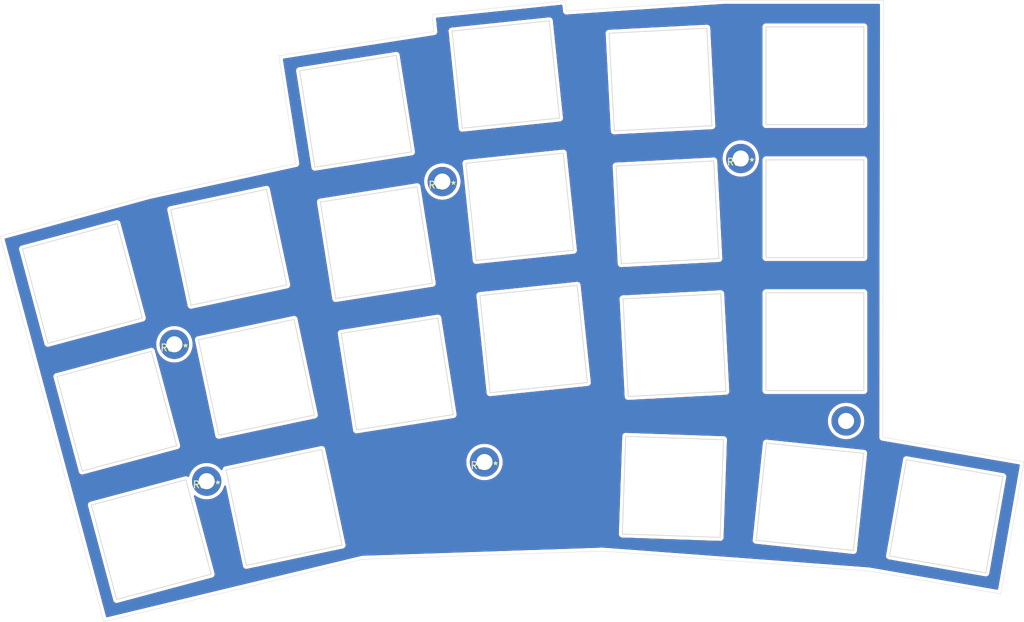
<source format=kicad_pcb>
(kicad_pcb (version 20211014) (generator pcbnew)
  (layers (0 "F.Cu" signal) (31 "B.Cu" signal) (34 "B.Paste" user) (35 "F.Paste" user) (36 "B.SilkS" user "B.Silkscreen") (37 "F.SilkS" user "F.Silkscreen") (38 "B.Mask" user) (39 "F.Mask" user) (44 "Edge.Cuts" user))
  (net 0 "")
  (footprint "footprints:hole-switch" (layer "F.Cu") (at 31.03801 76.374286 15)
    (fp_text reference "K-1-0" hide)
    (fp_text value "KEYSW" hide)
    (fp_line (start -7 -7) (end 7 -7) (layer "Edge.Cuts") (width 0.1))
    (fp_line (start 7 -7) (end 7 7) (layer "Edge.Cuts") (width 0.1))
    (fp_line (start -7 7) (end -7 -7) (layer "Edge.Cuts") (width 0.1))
    (fp_line (start 7 7) (end -7 7) (layer "Edge.Cuts") (width 0.1))
  )
  (footprint "footprints:hole-switch" (layer "F.Cu") (at 110.6424 87.2236 -2)
    (fp_text reference "K-3-3" hide)
    (fp_text value "KEYSW" hide)
    (fp_line (start 7 7) (end -7 7) (layer "Edge.Cuts") (width 0.1))
    (fp_line (start -7 -7) (end 7 -7) (layer "Edge.Cuts") (width 0.1))
    (fp_line (start 7 -7) (end 7 7) (layer "Edge.Cuts") (width 0.1))
    (fp_line (start -7 7) (end -7 -7) (layer "Edge.Cuts") (width 0.1))
  )
  (footprint "footprints:hole-m2" (layer "F.Cu") (at 120.355994 40.181003)
    (fp_text reference "Ref**" (at 0 0.5) (layer "F.SilkS"))
    (fp_text value "Val**")
    (pad "" thru_hole circle locked (at 0 0) (size 4.2 4.2) (drill 2.3) (layers *.Cu *.Mask))
  )
  (footprint "footprints:hole-m2" (layer "F.Cu") (at 83.6676 83.6676)
    (fp_text reference "Ref**" (at 0 0.5) (layer "F.SilkS"))
    (fp_text value "Val**")
    (pad "" thru_hole circle locked (at 0 0) (size 4.2 4.2) (drill 2.3) (layers *.Cu *.Mask))
  )
  (footprint "footprints:hole-switch" (layer "F.Cu") (at 35.968514 94.775172 15)
    (fp_text reference "K-2-0" hide)
    (fp_text value "KEYSW" hide)
    (fp_line (start 7 7) (end -7 7) (layer "Edge.Cuts") (width 0.1))
    (fp_line (start 7 -7) (end 7 7) (layer "Edge.Cuts") (width 0.1))
    (fp_line (start -7 -7) (end 7 -7) (layer "Edge.Cuts") (width 0.1))
    (fp_line (start -7 7) (end -7 -7) (layer "Edge.Cuts") (width 0.1))
  )
  (footprint "footprints:hole-switch" (layer "F.Cu") (at 26.117214 58.084332 15)
    (fp_text reference "K-0-0" hide)
    (fp_text value "KEYSW" hide)
    (fp_line (start -7 7) (end -7 -7) (layer "Edge.Cuts") (width 0.1))
    (fp_line (start 7 7) (end -7 7) (layer "Edge.Cuts") (width 0.1))
    (fp_line (start 7 -7) (end 7 7) (layer "Edge.Cuts") (width 0.1))
    (fp_line (start -7 -7) (end 7 -7) (layer "Edge.Cuts") (width 0.1))
  )
  (footprint "footprints:hole-switch" (layer "F.Cu") (at 130.972698 28.323884)
    (fp_text reference "K-0-5" hide)
    (fp_text value "KEYSW" hide)
    (fp_line (start 7 7) (end -7 7) (layer "Edge.Cuts") (width 0.1))
    (fp_line (start -7 7) (end -7 -7) (layer "Edge.Cuts") (width 0.1))
    (fp_line (start -7 -7) (end 7 -7) (layer "Edge.Cuts") (width 0.1))
    (fp_line (start 7 -7) (end 7 7) (layer "Edge.Cuts") (width 0.1))
  )
  (footprint "footprints:hole-switch" (layer "F.Cu") (at 51.019187 71.533945 12)
    (fp_text reference "K-1-1" hide)
    (fp_text value "KEYSW" hide)
    (fp_line (start 7 -7) (end 7 7) (layer "Edge.Cuts") (width 0.1))
    (fp_line (start -7 7) (end -7 -7) (layer "Edge.Cuts") (width 0.1))
    (fp_line (start 7 7) (end -7 7) (layer "Edge.Cuts") (width 0.1))
    (fp_line (start -7 -7) (end 7 -7) (layer "Edge.Cuts") (width 0.1))
  )
  (footprint "footprints:hole-m2" (layer "F.Cu") (at 77.633194 43.483003)
    (fp_text reference "Ref**" (at 0 0.5) (layer "F.SilkS"))
    (fp_text value "Val**")
    (pad "" thru_hole circle locked (at 0 0) (size 4.2 4.2) (drill 2.3) (layers *.Cu *.Mask))
  )
  (footprint "footprints:hole-switch" (layer "F.Cu") (at 130.2512 88.646 -6)
    (fp_text reference "K-3-4" hide)
    (fp_text value "KEYSW" hide)
    (fp_line (start -7 -7) (end 7 -7) (layer "Edge.Cuts") (width 0.1))
    (fp_line (start -7 7) (end -7 -7) (layer "Edge.Cuts") (width 0.1))
    (fp_line (start 7 7) (end -7 7) (layer "Edge.Cuts") (width 0.1))
    (fp_line (start 7 -7) (end 7 7) (layer "Edge.Cuts") (width 0.1))
  )
  (footprint "footprints:hole-m2" (layer "F.Cu") (at 43.901994 86.409003)
    (fp_text reference "Ref**" (at 0 0.5) (layer "F.SilkS"))
    (fp_text value "Val**")
    (pad "" thru_hole circle locked (at 0 0) (size 4.2 4.2) (drill 2.3) (layers *.Cu *.Mask))
  )
  (footprint "footprints:hole-switch" (layer "F.Cu") (at 71.170951 71.051207 9)
    (fp_text reference "K-2-2" hide)
    (fp_text value "KEYSW" hide)
    (fp_line (start -7 7) (end -7 -7) (layer "Edge.Cuts") (width 0.1))
    (fp_line (start 7 -7) (end 7 7) (layer "Edge.Cuts") (width 0.1))
    (fp_line (start 7 7) (end -7 7) (layer "Edge.Cuts") (width 0.1))
    (fp_line (start -7 -7) (end 7 -7) (layer "Edge.Cuts") (width 0.1))
  )
  (footprint "footprints:hole-switch" (layer "F.Cu") (at 68.190874 52.235745 9)
    (fp_text reference "K-1-2" hide)
    (fp_text value "KEYSW" hide)
    (fp_line (start 7 7) (end -7 7) (layer "Edge.Cuts") (width 0.1))
    (fp_line (start -7 7) (end -7 -7) (layer "Edge.Cuts") (width 0.1))
    (fp_line (start -7 -7) (end 7 -7) (layer "Edge.Cuts") (width 0.1))
    (fp_line (start 7 -7) (end 7 7) (layer "Edge.Cuts") (width 0.1))
  )
  (footprint "footprints:hole-switch" (layer "F.Cu") (at 90.702304 66.042028 6)
    (fp_text reference "K-2-3" hide)
    (fp_text value "KEYSW" hide)
    (fp_line (start 7 -7) (end 7 7) (layer "Edge.Cuts") (width 0.1))
    (fp_line (start -7 7) (end -7 -7) (layer "Edge.Cuts") (width 0.1))
    (fp_line (start 7 7) (end -7 7) (layer "Edge.Cuts") (width 0.1))
    (fp_line (start -7 -7) (end 7 -7) (layer "Edge.Cuts") (width 0.1))
  )
  (footprint "footprints:hole-switch" (layer "F.Cu") (at 130.972698 66.423884)
    (fp_text reference "K-2-5" hide)
    (fp_text value "KEYSW" hide)
    (fp_line (start -7 -7) (end 7 -7) (layer "Edge.Cuts") (width 0.1))
    (fp_line (start 7 7) (end -7 7) (layer "Edge.Cuts") (width 0.1))
    (fp_line (start -7 7) (end -7 -7) (layer "Edge.Cuts") (width 0.1))
    (fp_line (start 7 -7) (end 7 7) (layer "Edge.Cuts") (width 0.1))
  )
  (footprint "" (layer "F.Cu") (at 135.431941 77.784656)
    (fp_text reference "" (at 0 0) (layer "F.SilkS") (effects (font (size 1.27 1.27))))
    (fp_text value "" (at 0 0) (layer "F.SilkS") (effects (font (size 1.27 1.27))))
    (pad "" thru_hole circle locked (at 0 0) (size 4.2 4.2) (drill 2.3) (layers *.Cu *.Mask))
  )
  (footprint "footprints:hole-switch" (layer "F.Cu") (at 108.867587 28.86336 3)
    (fp_text reference "K-0-4" hide)
    (fp_text value "KEYSW" hide)
    (fp_line (start 7 7) (end -7 7) (layer "Edge.Cuts") (width 0.1))
    (fp_line (start 7 -7) (end 7 7) (layer "Edge.Cuts") (width 0.1))
    (fp_line (start -7 -7) (end 7 -7) (layer "Edge.Cuts") (width 0.1))
    (fp_line (start -7 7) (end -7 -7) (layer "Edge.Cuts") (width 0.1))
  )
  (footprint "footprints:hole-switch" (layer "F.Cu") (at 54.979908 90.167656 12)
    (fp_text reference "K-2-1" hide)
    (fp_text value "KEYSW" hide)
    (fp_line (start 7 7) (end -7 7) (layer "Edge.Cuts") (width 0.1))
    (fp_line (start -7 -7) (end 7 -7) (layer "Edge.Cuts") (width 0.1))
    (fp_line (start 7 -7) (end 7 7) (layer "Edge.Cuts") (width 0.1))
    (fp_line (start -7 7) (end -7 -7) (layer "Edge.Cuts") (width 0.1))
  )
  (footprint "footprints:hole-switch" (layer "F.Cu") (at 109.864586 47.887252 3)
    (fp_text reference "K-1-4" hide)
    (fp_text value "KEYSW" hide)
    (fp_line (start -7 -7) (end 7 -7) (layer "Edge.Cuts") (width 0.1))
    (fp_line (start 7 -7) (end 7 7) (layer "Edge.Cuts") (width 0.1))
    (fp_line (start 7 7) (end -7 7) (layer "Edge.Cuts") (width 0.1))
    (fp_line (start -7 7) (end -7 -7) (layer "Edge.Cuts") (width 0.1))
  )
  (footprint "footprints:hole-switch" (layer "F.Cu") (at 65.2108 33.420283 9)
    (fp_text reference "K-0-2" hide)
    (fp_text value "KEYSW" hide)
    (fp_line (start 7 -7) (end 7 7) (layer "Edge.Cuts") (width 0.1))
    (fp_line (start 7 7) (end -7 7) (layer "Edge.Cuts") (width 0.1))
    (fp_line (start -7 -7) (end 7 -7) (layer "Edge.Cuts") (width 0.1))
    (fp_line (start -7 7) (end -7 -7) (layer "Edge.Cuts") (width 0.1))
  )
  (footprint "footprints:hole-switch" (layer "F.Cu") (at 47.058473 52.900233 12)
    (fp_text reference "K-0-1" hide)
    (fp_text value "KEYSW" hide)
    (fp_line (start -7 7) (end -7 -7) (layer "Edge.Cuts") (width 0.1))
    (fp_line (start 7 -7) (end 7 7) (layer "Edge.Cuts") (width 0.1))
    (fp_line (start -7 -7) (end 7 -7) (layer "Edge.Cuts") (width 0.1))
    (fp_line (start 7 7) (end -7 7) (layer "Edge.Cuts") (width 0.1))
  )
  (footprint "footprints:hole-switch" (layer "F.Cu") (at 149.7584 91.44 -10)
    (fp_text reference "K-3-5" hide)
    (fp_text value "KEYSW" hide)
    (fp_line (start 7 7) (end -7 7) (layer "Edge.Cuts") (width 0.1))
    (fp_line (start 7 -7) (end 7 7) (layer "Edge.Cuts") (width 0.1))
    (fp_line (start -7 7) (end -7 -7) (layer "Edge.Cuts") (width 0.1))
    (fp_line (start -7 -7) (end 7 -7) (layer "Edge.Cuts") (width 0.1))
  )
  (footprint "footprints:hole-m2" (layer "F.Cu") (at 39.279194 66.800203)
    (fp_text reference "Ref**" (at 0 0.5) (layer "F.SilkS"))
    (fp_text value "Val**")
    (pad "" thru_hole circle locked (at 0 0) (size 4.2 4.2) (drill 2.3) (layers *.Cu *.Mask))
  )
  (footprint "footprints:hole-switch" (layer "F.Cu") (at 130.972698 47.373884)
    (fp_text reference "K-1-5" hide)
    (fp_text value "KEYSW" hide)
    (fp_line (start -7 7) (end -7 -7) (layer "Edge.Cuts") (width 0.1))
    (fp_line (start 7 7) (end -7 7) (layer "Edge.Cuts") (width 0.1))
    (fp_line (start -7 -7) (end 7 -7) (layer "Edge.Cuts") (width 0.1))
    (fp_line (start 7 -7) (end 7 7) (layer "Edge.Cuts") (width 0.1))
  )
  (footprint "footprints:hole-switch" (layer "F.Cu") (at 86.71977 28.150745 6)
    (fp_text reference "K-0-3" hide)
    (fp_text value "KEYSW" hide)
    (fp_line (start 7 -7) (end 7 7) (layer "Edge.Cuts") (width 0.1))
    (fp_line (start -7 7) (end -7 -7) (layer "Edge.Cuts") (width 0.1))
    (fp_line (start 7 7) (end -7 7) (layer "Edge.Cuts") (width 0.1))
    (fp_line (start -7 -7) (end 7 -7) (layer "Edge.Cuts") (width 0.1))
  )
  (footprint "footprints:hole-switch" (layer "F.Cu") (at 110.861587 66.911145 3)
    (fp_text reference "K-2-4" hide)
    (fp_text value "KEYSW" hide)
    (fp_line (start -7 -7) (end 7 -7) (layer "Edge.Cuts") (width 0.1))
    (fp_line (start 7 7) (end -7 7) (layer "Edge.Cuts") (width 0.1))
    (fp_line (start -7 7) (end -7 -7) (layer "Edge.Cuts") (width 0.1))
    (fp_line (start 7 -7) (end 7 7) (layer "Edge.Cuts") (width 0.1))
  )
  (footprint "footprints:hole-switch" (layer "F.Cu") (at 88.711038 47.096385 6)
    (fp_text reference "K-1-3" hide)
    (fp_text value "KEYSW" hide)
    (fp_line (start -7 7) (end -7 -7) (layer "Edge.Cuts") (width 0.1))
    (fp_line (start -7 -7) (end 7 -7) (layer "Edge.Cuts") (width 0.1))
    (fp_line (start 7 -7) (end 7 7) (layer "Edge.Cuts") (width 0.1))
    (fp_line (start 7 7) (end -7 7) (layer "Edge.Cuts") (width 0.1))
  )
  (gr_line (start 29.175187 106.535145) (end 66.208387 97.594345) (layer "Edge.Cuts") (width 0.05))
  (gr_line (start 140.681187 80.109803) (end 140.782787 17.524203) (layer "Edge.Cuts") (width 0.05))
  (gr_line (start 54.219587 25.458345) (end 76.419187 22.003945) (layer "Edge.Cuts") (width 0.05))
  (gr_line (start 14.341587 51.315545) (end 29.175187 106.535145) (layer "Edge.Cuts") (width 0.05))
  (gr_line (start 160.899587 83.615003) (end 157.5816 102.5652) (layer "Edge.Cuts") (width 0.05))
  (gr_line (start 95.265987 17.584345) (end 76.165187 19.565545) (layer "Edge.Cuts") (width 0.05))
  (gr_line (start 100.549187 96.425945) (end 66.208387 97.594345) (layer "Edge.Cuts") (width 0.05))
  (gr_line (start 160.899587 83.615003) (end 140.681187 80.109803) (layer "Edge.Cuts") (width 0.05))
  (gr_line (start 35.728387 45.473545) (end 14.341587 51.315545) (layer "Edge.Cuts") (width 0.05))
  (gr_line (start 35.728387 45.473545) (end 56.657987 40.901545) (layer "Edge.Cuts") (width 0.05))
  (gr_line (start 140.782787 17.524203) (end 117.922787 17.524203) (layer "Edge.Cuts") (width 0.05))
  (gr_line (start 76.419187 22.003945) (end 76.165187 19.565545) (layer "Edge.Cuts") (width 0.05))
  (gr_line (start 56.657987 40.901545) (end 54.219587 25.458345) (layer "Edge.Cuts") (width 0.05))
  (gr_line (start 95.265987 17.584345) (end 95.413194 19.048203) (layer "Edge.Cuts") (width 0.05))
  (gr_line (start 138.684 99.2632) (end 157.5816 102.5652) (layer "Edge.Cuts") (width 0.05))
  (gr_line (start 95.413194 19.048203) (end 117.922787 17.524203) (layer "Edge.Cuts") (width 0.05))
  (gr_line (start 100.549187 96.425945) (end 138.684 99.2632) (layer "Edge.Cuts") (width 0.05))
  (zone (net 0) (net_name "") (layer "F.Cu") (connect_pads (clearance 0.508)) (min_thickness 0.254) (fill yes (thermal_gap 0.508) (thermal_bridge_width 0.508))
    (polygon (pts (xy 95.413194 18.997403) (xy 117.950122 17.473403) (xy 140.782787 17.524203) (xy 140.731987 80.109803) (xy 160.899587 83.615003) (xy 157.5816 102.5144) (xy 138.699987 99.2124) (xy 100.549187 96.375145) (xy 66.235722 97.542446) (xy 47.896922 101.962046) (xy 29.202522 106.483246) (xy 14.368922 51.263646) (xy 35.779187 45.422745) (xy 56.685322 40.900446) (xy 54.246922 25.406446) (xy 76.446522 21.952046) (xy 76.192522 19.513646) (xy 95.293322 17.532446)))
  )
  (zone (net 0) (net_name "") (layer "B.Cu") (connect_pads (clearance 0.508)) (min_thickness 0.254) (fill yes (thermal_gap 0.508) (thermal_bridge_width 0.508))
    (polygon (pts (xy 95.413194 19.048203) (xy 117.922787 17.524203) (xy 140.782787 17.524203) (xy 140.681187 80.109803) (xy 160.899587 83.615003) (xy 157.5816 102.5652) (xy 138.684 99.2632) (xy 100.549187 96.425945) (xy 66.208387 97.594345) (xy 47.818787 102.013945) (xy 29.175187 106.535145) (xy 14.341587 51.315545) (xy 35.728387 45.473545) (xy 56.657987 40.952345) (xy 54.219587 25.458345) (xy 76.419187 22.003945) (xy 76.165187 19.565545) (xy 95.265987 17.584345)))
  )
)
</source>
